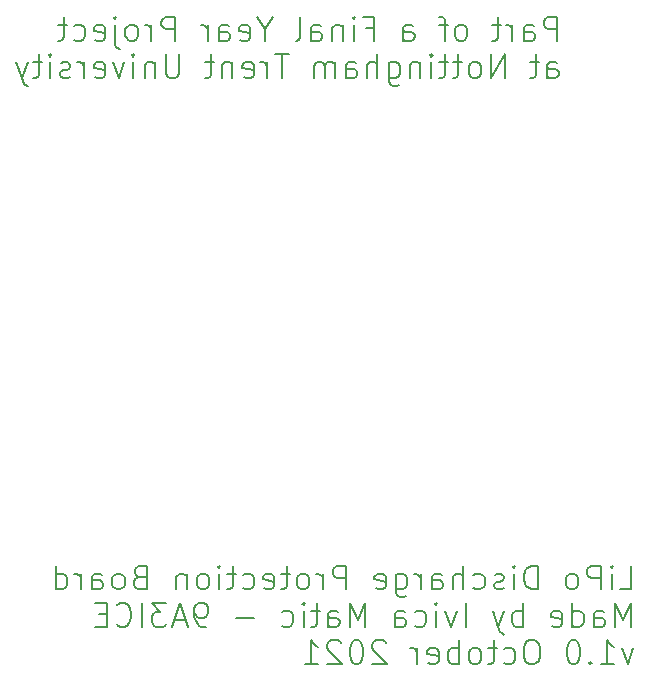
<source format=gbr>
G04 #@! TF.GenerationSoftware,KiCad,Pcbnew,5.1.10-88a1d61d58~90~ubuntu20.04.1*
G04 #@! TF.CreationDate,2021-10-05T00:38:42+01:00*
G04 #@! TF.ProjectId,lipo-discharge-protection-board,6c69706f-2d64-4697-9363-68617267652d,1*
G04 #@! TF.SameCoordinates,Original*
G04 #@! TF.FileFunction,Legend,Bot*
G04 #@! TF.FilePolarity,Positive*
%FSLAX46Y46*%
G04 Gerber Fmt 4.6, Leading zero omitted, Abs format (unit mm)*
G04 Created by KiCad (PCBNEW 5.1.10-88a1d61d58~90~ubuntu20.04.1) date 2021-10-05 00:38:42*
%MOMM*%
%LPD*%
G01*
G04 APERTURE LIST*
%ADD10C,0.152400*%
%ADD11C,3.000000*%
%ADD12R,3.000000X3.000000*%
%ADD13R,3.500000X3.500000*%
%ADD14C,1.500000*%
%ADD15C,6.000000*%
%ADD16O,3.300000X2.700000*%
%ADD17C,1.440000*%
%ADD18C,3.200000*%
%ADD19R,1.000000X1.000000*%
%ADD20O,1.000000X1.000000*%
G04 APERTURE END LIST*
D10*
X84819549Y-45734361D02*
X84819549Y-43734361D01*
X84057644Y-43734361D01*
X83867168Y-43829600D01*
X83771930Y-43924838D01*
X83676692Y-44115314D01*
X83676692Y-44401028D01*
X83771930Y-44591504D01*
X83867168Y-44686742D01*
X84057644Y-44781980D01*
X84819549Y-44781980D01*
X81962406Y-45734361D02*
X81962406Y-44686742D01*
X82057644Y-44496266D01*
X82248120Y-44401028D01*
X82629073Y-44401028D01*
X82819549Y-44496266D01*
X81962406Y-45639123D02*
X82152882Y-45734361D01*
X82629073Y-45734361D01*
X82819549Y-45639123D01*
X82914787Y-45448647D01*
X82914787Y-45258171D01*
X82819549Y-45067695D01*
X82629073Y-44972457D01*
X82152882Y-44972457D01*
X81962406Y-44877219D01*
X81010025Y-45734361D02*
X81010025Y-44401028D01*
X81010025Y-44781980D02*
X80914787Y-44591504D01*
X80819549Y-44496266D01*
X80629073Y-44401028D01*
X80438597Y-44401028D01*
X80057644Y-44401028D02*
X79295740Y-44401028D01*
X79771930Y-43734361D02*
X79771930Y-45448647D01*
X79676692Y-45639123D01*
X79486216Y-45734361D01*
X79295740Y-45734361D01*
X76819549Y-45734361D02*
X77010025Y-45639123D01*
X77105263Y-45543885D01*
X77200501Y-45353409D01*
X77200501Y-44781980D01*
X77105263Y-44591504D01*
X77010025Y-44496266D01*
X76819549Y-44401028D01*
X76533835Y-44401028D01*
X76343359Y-44496266D01*
X76248120Y-44591504D01*
X76152882Y-44781980D01*
X76152882Y-45353409D01*
X76248120Y-45543885D01*
X76343359Y-45639123D01*
X76533835Y-45734361D01*
X76819549Y-45734361D01*
X75581454Y-44401028D02*
X74819549Y-44401028D01*
X75295740Y-45734361D02*
X75295740Y-44020076D01*
X75200501Y-43829600D01*
X75010025Y-43734361D01*
X74819549Y-43734361D01*
X71771930Y-45734361D02*
X71771930Y-44686742D01*
X71867168Y-44496266D01*
X72057644Y-44401028D01*
X72438597Y-44401028D01*
X72629073Y-44496266D01*
X71771930Y-45639123D02*
X71962406Y-45734361D01*
X72438597Y-45734361D01*
X72629073Y-45639123D01*
X72724311Y-45448647D01*
X72724311Y-45258171D01*
X72629073Y-45067695D01*
X72438597Y-44972457D01*
X71962406Y-44972457D01*
X71771930Y-44877219D01*
X68629073Y-44686742D02*
X69295740Y-44686742D01*
X69295740Y-45734361D02*
X69295740Y-43734361D01*
X68343359Y-43734361D01*
X67581454Y-45734361D02*
X67581454Y-44401028D01*
X67581454Y-43734361D02*
X67676692Y-43829600D01*
X67581454Y-43924838D01*
X67486216Y-43829600D01*
X67581454Y-43734361D01*
X67581454Y-43924838D01*
X66629073Y-44401028D02*
X66629073Y-45734361D01*
X66629073Y-44591504D02*
X66533835Y-44496266D01*
X66343359Y-44401028D01*
X66057644Y-44401028D01*
X65867168Y-44496266D01*
X65771930Y-44686742D01*
X65771930Y-45734361D01*
X63962406Y-45734361D02*
X63962406Y-44686742D01*
X64057644Y-44496266D01*
X64248120Y-44401028D01*
X64629073Y-44401028D01*
X64819549Y-44496266D01*
X63962406Y-45639123D02*
X64152882Y-45734361D01*
X64629073Y-45734361D01*
X64819549Y-45639123D01*
X64914787Y-45448647D01*
X64914787Y-45258171D01*
X64819549Y-45067695D01*
X64629073Y-44972457D01*
X64152882Y-44972457D01*
X63962406Y-44877219D01*
X62724311Y-45734361D02*
X62914787Y-45639123D01*
X63010025Y-45448647D01*
X63010025Y-43734361D01*
X60057644Y-44781980D02*
X60057644Y-45734361D01*
X60724311Y-43734361D02*
X60057644Y-44781980D01*
X59390978Y-43734361D01*
X57962406Y-45639123D02*
X58152882Y-45734361D01*
X58533835Y-45734361D01*
X58724311Y-45639123D01*
X58819549Y-45448647D01*
X58819549Y-44686742D01*
X58724311Y-44496266D01*
X58533835Y-44401028D01*
X58152882Y-44401028D01*
X57962406Y-44496266D01*
X57867168Y-44686742D01*
X57867168Y-44877219D01*
X58819549Y-45067695D01*
X56152882Y-45734361D02*
X56152882Y-44686742D01*
X56248120Y-44496266D01*
X56438597Y-44401028D01*
X56819549Y-44401028D01*
X57010025Y-44496266D01*
X56152882Y-45639123D02*
X56343359Y-45734361D01*
X56819549Y-45734361D01*
X57010025Y-45639123D01*
X57105263Y-45448647D01*
X57105263Y-45258171D01*
X57010025Y-45067695D01*
X56819549Y-44972457D01*
X56343359Y-44972457D01*
X56152882Y-44877219D01*
X55200501Y-45734361D02*
X55200501Y-44401028D01*
X55200501Y-44781980D02*
X55105263Y-44591504D01*
X55010025Y-44496266D01*
X54819549Y-44401028D01*
X54629073Y-44401028D01*
X52438597Y-45734361D02*
X52438597Y-43734361D01*
X51676692Y-43734361D01*
X51486216Y-43829600D01*
X51390978Y-43924838D01*
X51295740Y-44115314D01*
X51295740Y-44401028D01*
X51390978Y-44591504D01*
X51486216Y-44686742D01*
X51676692Y-44781980D01*
X52438597Y-44781980D01*
X50438597Y-45734361D02*
X50438597Y-44401028D01*
X50438597Y-44781980D02*
X50343359Y-44591504D01*
X50248120Y-44496266D01*
X50057644Y-44401028D01*
X49867168Y-44401028D01*
X48914787Y-45734361D02*
X49105263Y-45639123D01*
X49200501Y-45543885D01*
X49295740Y-45353409D01*
X49295740Y-44781980D01*
X49200501Y-44591504D01*
X49105263Y-44496266D01*
X48914787Y-44401028D01*
X48629073Y-44401028D01*
X48438597Y-44496266D01*
X48343359Y-44591504D01*
X48248120Y-44781980D01*
X48248120Y-45353409D01*
X48343359Y-45543885D01*
X48438597Y-45639123D01*
X48629073Y-45734361D01*
X48914787Y-45734361D01*
X47390978Y-44401028D02*
X47390978Y-46115314D01*
X47486216Y-46305790D01*
X47676692Y-46401028D01*
X47771930Y-46401028D01*
X47390978Y-43734361D02*
X47486216Y-43829600D01*
X47390978Y-43924838D01*
X47295740Y-43829600D01*
X47390978Y-43734361D01*
X47390978Y-43924838D01*
X45676692Y-45639123D02*
X45867168Y-45734361D01*
X46248120Y-45734361D01*
X46438597Y-45639123D01*
X46533835Y-45448647D01*
X46533835Y-44686742D01*
X46438597Y-44496266D01*
X46248120Y-44401028D01*
X45867168Y-44401028D01*
X45676692Y-44496266D01*
X45581454Y-44686742D01*
X45581454Y-44877219D01*
X46533835Y-45067695D01*
X43867168Y-45639123D02*
X44057644Y-45734361D01*
X44438597Y-45734361D01*
X44629073Y-45639123D01*
X44724311Y-45543885D01*
X44819549Y-45353409D01*
X44819549Y-44781980D01*
X44724311Y-44591504D01*
X44629073Y-44496266D01*
X44438597Y-44401028D01*
X44057644Y-44401028D01*
X43867168Y-44496266D01*
X43295740Y-44401028D02*
X42533835Y-44401028D01*
X43010025Y-43734361D02*
X43010025Y-45448647D01*
X42914787Y-45639123D01*
X42724311Y-45734361D01*
X42533835Y-45734361D01*
X83962406Y-48886761D02*
X83962406Y-47839142D01*
X84057644Y-47648666D01*
X84248120Y-47553428D01*
X84629073Y-47553428D01*
X84819549Y-47648666D01*
X83962406Y-48791523D02*
X84152882Y-48886761D01*
X84629073Y-48886761D01*
X84819549Y-48791523D01*
X84914787Y-48601047D01*
X84914787Y-48410571D01*
X84819549Y-48220095D01*
X84629073Y-48124857D01*
X84152882Y-48124857D01*
X83962406Y-48029619D01*
X83295740Y-47553428D02*
X82533835Y-47553428D01*
X83010025Y-46886761D02*
X83010025Y-48601047D01*
X82914787Y-48791523D01*
X82724311Y-48886761D01*
X82533835Y-48886761D01*
X80343359Y-48886761D02*
X80343359Y-46886761D01*
X79200501Y-48886761D01*
X79200501Y-46886761D01*
X77962406Y-48886761D02*
X78152882Y-48791523D01*
X78248120Y-48696285D01*
X78343359Y-48505809D01*
X78343359Y-47934380D01*
X78248120Y-47743904D01*
X78152882Y-47648666D01*
X77962406Y-47553428D01*
X77676692Y-47553428D01*
X77486216Y-47648666D01*
X77390978Y-47743904D01*
X77295740Y-47934380D01*
X77295740Y-48505809D01*
X77390978Y-48696285D01*
X77486216Y-48791523D01*
X77676692Y-48886761D01*
X77962406Y-48886761D01*
X76724311Y-47553428D02*
X75962406Y-47553428D01*
X76438597Y-46886761D02*
X76438597Y-48601047D01*
X76343359Y-48791523D01*
X76152882Y-48886761D01*
X75962406Y-48886761D01*
X75581454Y-47553428D02*
X74819549Y-47553428D01*
X75295740Y-46886761D02*
X75295740Y-48601047D01*
X75200501Y-48791523D01*
X75010025Y-48886761D01*
X74819549Y-48886761D01*
X74152882Y-48886761D02*
X74152882Y-47553428D01*
X74152882Y-46886761D02*
X74248120Y-46982000D01*
X74152882Y-47077238D01*
X74057644Y-46982000D01*
X74152882Y-46886761D01*
X74152882Y-47077238D01*
X73200501Y-47553428D02*
X73200501Y-48886761D01*
X73200501Y-47743904D02*
X73105263Y-47648666D01*
X72914787Y-47553428D01*
X72629073Y-47553428D01*
X72438597Y-47648666D01*
X72343359Y-47839142D01*
X72343359Y-48886761D01*
X70533835Y-47553428D02*
X70533835Y-49172476D01*
X70629073Y-49362952D01*
X70724311Y-49458190D01*
X70914787Y-49553428D01*
X71200501Y-49553428D01*
X71390978Y-49458190D01*
X70533835Y-48791523D02*
X70724311Y-48886761D01*
X71105263Y-48886761D01*
X71295740Y-48791523D01*
X71390978Y-48696285D01*
X71486216Y-48505809D01*
X71486216Y-47934380D01*
X71390978Y-47743904D01*
X71295740Y-47648666D01*
X71105263Y-47553428D01*
X70724311Y-47553428D01*
X70533835Y-47648666D01*
X69581454Y-48886761D02*
X69581454Y-46886761D01*
X68724311Y-48886761D02*
X68724311Y-47839142D01*
X68819549Y-47648666D01*
X69010025Y-47553428D01*
X69295740Y-47553428D01*
X69486216Y-47648666D01*
X69581454Y-47743904D01*
X66914787Y-48886761D02*
X66914787Y-47839142D01*
X67010025Y-47648666D01*
X67200501Y-47553428D01*
X67581454Y-47553428D01*
X67771930Y-47648666D01*
X66914787Y-48791523D02*
X67105263Y-48886761D01*
X67581454Y-48886761D01*
X67771930Y-48791523D01*
X67867168Y-48601047D01*
X67867168Y-48410571D01*
X67771930Y-48220095D01*
X67581454Y-48124857D01*
X67105263Y-48124857D01*
X66914787Y-48029619D01*
X65962406Y-48886761D02*
X65962406Y-47553428D01*
X65962406Y-47743904D02*
X65867168Y-47648666D01*
X65676692Y-47553428D01*
X65390978Y-47553428D01*
X65200501Y-47648666D01*
X65105263Y-47839142D01*
X65105263Y-48886761D01*
X65105263Y-47839142D02*
X65010025Y-47648666D01*
X64819549Y-47553428D01*
X64533835Y-47553428D01*
X64343359Y-47648666D01*
X64248120Y-47839142D01*
X64248120Y-48886761D01*
X62057644Y-46886761D02*
X60914787Y-46886761D01*
X61486216Y-48886761D02*
X61486216Y-46886761D01*
X60248120Y-48886761D02*
X60248120Y-47553428D01*
X60248120Y-47934380D02*
X60152882Y-47743904D01*
X60057644Y-47648666D01*
X59867168Y-47553428D01*
X59676692Y-47553428D01*
X58248120Y-48791523D02*
X58438597Y-48886761D01*
X58819549Y-48886761D01*
X59010025Y-48791523D01*
X59105263Y-48601047D01*
X59105263Y-47839142D01*
X59010025Y-47648666D01*
X58819549Y-47553428D01*
X58438597Y-47553428D01*
X58248120Y-47648666D01*
X58152882Y-47839142D01*
X58152882Y-48029619D01*
X59105263Y-48220095D01*
X57295740Y-47553428D02*
X57295740Y-48886761D01*
X57295740Y-47743904D02*
X57200501Y-47648666D01*
X57010025Y-47553428D01*
X56724311Y-47553428D01*
X56533835Y-47648666D01*
X56438597Y-47839142D01*
X56438597Y-48886761D01*
X55771930Y-47553428D02*
X55010025Y-47553428D01*
X55486216Y-46886761D02*
X55486216Y-48601047D01*
X55390978Y-48791523D01*
X55200501Y-48886761D01*
X55010025Y-48886761D01*
X52819549Y-46886761D02*
X52819549Y-48505809D01*
X52724311Y-48696285D01*
X52629073Y-48791523D01*
X52438597Y-48886761D01*
X52057644Y-48886761D01*
X51867168Y-48791523D01*
X51771930Y-48696285D01*
X51676692Y-48505809D01*
X51676692Y-46886761D01*
X50724311Y-47553428D02*
X50724311Y-48886761D01*
X50724311Y-47743904D02*
X50629073Y-47648666D01*
X50438597Y-47553428D01*
X50152882Y-47553428D01*
X49962406Y-47648666D01*
X49867168Y-47839142D01*
X49867168Y-48886761D01*
X48914787Y-48886761D02*
X48914787Y-47553428D01*
X48914787Y-46886761D02*
X49010025Y-46982000D01*
X48914787Y-47077238D01*
X48819549Y-46982000D01*
X48914787Y-46886761D01*
X48914787Y-47077238D01*
X48152882Y-47553428D02*
X47676692Y-48886761D01*
X47200501Y-47553428D01*
X45676692Y-48791523D02*
X45867168Y-48886761D01*
X46248120Y-48886761D01*
X46438597Y-48791523D01*
X46533835Y-48601047D01*
X46533835Y-47839142D01*
X46438597Y-47648666D01*
X46248120Y-47553428D01*
X45867168Y-47553428D01*
X45676692Y-47648666D01*
X45581454Y-47839142D01*
X45581454Y-48029619D01*
X46533835Y-48220095D01*
X44724311Y-48886761D02*
X44724311Y-47553428D01*
X44724311Y-47934380D02*
X44629073Y-47743904D01*
X44533835Y-47648666D01*
X44343359Y-47553428D01*
X44152882Y-47553428D01*
X43581454Y-48791523D02*
X43390978Y-48886761D01*
X43010025Y-48886761D01*
X42819549Y-48791523D01*
X42724311Y-48601047D01*
X42724311Y-48505809D01*
X42819549Y-48315333D01*
X43010025Y-48220095D01*
X43295740Y-48220095D01*
X43486216Y-48124857D01*
X43581454Y-47934380D01*
X43581454Y-47839142D01*
X43486216Y-47648666D01*
X43295740Y-47553428D01*
X43010025Y-47553428D01*
X42819549Y-47648666D01*
X41867168Y-48886761D02*
X41867168Y-47553428D01*
X41867168Y-46886761D02*
X41962406Y-46982000D01*
X41867168Y-47077238D01*
X41771930Y-46982000D01*
X41867168Y-46886761D01*
X41867168Y-47077238D01*
X41200501Y-47553428D02*
X40438597Y-47553428D01*
X40914787Y-46886761D02*
X40914787Y-48601047D01*
X40819549Y-48791523D01*
X40629073Y-48886761D01*
X40438597Y-48886761D01*
X39962406Y-47553428D02*
X39486216Y-48886761D01*
X39010025Y-47553428D02*
X39486216Y-48886761D01*
X39676692Y-49362952D01*
X39771930Y-49458190D01*
X39962406Y-49553428D01*
X90090168Y-92189561D02*
X91042549Y-92189561D01*
X91042549Y-90189561D01*
X89423501Y-92189561D02*
X89423501Y-90856228D01*
X89423501Y-90189561D02*
X89518740Y-90284800D01*
X89423501Y-90380038D01*
X89328263Y-90284800D01*
X89423501Y-90189561D01*
X89423501Y-90380038D01*
X88471120Y-92189561D02*
X88471120Y-90189561D01*
X87709216Y-90189561D01*
X87518740Y-90284800D01*
X87423501Y-90380038D01*
X87328263Y-90570514D01*
X87328263Y-90856228D01*
X87423501Y-91046704D01*
X87518740Y-91141942D01*
X87709216Y-91237180D01*
X88471120Y-91237180D01*
X86185406Y-92189561D02*
X86375882Y-92094323D01*
X86471120Y-91999085D01*
X86566359Y-91808609D01*
X86566359Y-91237180D01*
X86471120Y-91046704D01*
X86375882Y-90951466D01*
X86185406Y-90856228D01*
X85899692Y-90856228D01*
X85709216Y-90951466D01*
X85613978Y-91046704D01*
X85518740Y-91237180D01*
X85518740Y-91808609D01*
X85613978Y-91999085D01*
X85709216Y-92094323D01*
X85899692Y-92189561D01*
X86185406Y-92189561D01*
X83137787Y-92189561D02*
X83137787Y-90189561D01*
X82661597Y-90189561D01*
X82375882Y-90284800D01*
X82185406Y-90475276D01*
X82090168Y-90665752D01*
X81994930Y-91046704D01*
X81994930Y-91332419D01*
X82090168Y-91713371D01*
X82185406Y-91903847D01*
X82375882Y-92094323D01*
X82661597Y-92189561D01*
X83137787Y-92189561D01*
X81137787Y-92189561D02*
X81137787Y-90856228D01*
X81137787Y-90189561D02*
X81233025Y-90284800D01*
X81137787Y-90380038D01*
X81042549Y-90284800D01*
X81137787Y-90189561D01*
X81137787Y-90380038D01*
X80280644Y-92094323D02*
X80090168Y-92189561D01*
X79709216Y-92189561D01*
X79518740Y-92094323D01*
X79423501Y-91903847D01*
X79423501Y-91808609D01*
X79518740Y-91618133D01*
X79709216Y-91522895D01*
X79994930Y-91522895D01*
X80185406Y-91427657D01*
X80280644Y-91237180D01*
X80280644Y-91141942D01*
X80185406Y-90951466D01*
X79994930Y-90856228D01*
X79709216Y-90856228D01*
X79518740Y-90951466D01*
X77709216Y-92094323D02*
X77899692Y-92189561D01*
X78280644Y-92189561D01*
X78471120Y-92094323D01*
X78566359Y-91999085D01*
X78661597Y-91808609D01*
X78661597Y-91237180D01*
X78566359Y-91046704D01*
X78471120Y-90951466D01*
X78280644Y-90856228D01*
X77899692Y-90856228D01*
X77709216Y-90951466D01*
X76852073Y-92189561D02*
X76852073Y-90189561D01*
X75994930Y-92189561D02*
X75994930Y-91141942D01*
X76090168Y-90951466D01*
X76280644Y-90856228D01*
X76566359Y-90856228D01*
X76756835Y-90951466D01*
X76852073Y-91046704D01*
X74185406Y-92189561D02*
X74185406Y-91141942D01*
X74280644Y-90951466D01*
X74471120Y-90856228D01*
X74852073Y-90856228D01*
X75042549Y-90951466D01*
X74185406Y-92094323D02*
X74375882Y-92189561D01*
X74852073Y-92189561D01*
X75042549Y-92094323D01*
X75137787Y-91903847D01*
X75137787Y-91713371D01*
X75042549Y-91522895D01*
X74852073Y-91427657D01*
X74375882Y-91427657D01*
X74185406Y-91332419D01*
X73233025Y-92189561D02*
X73233025Y-90856228D01*
X73233025Y-91237180D02*
X73137787Y-91046704D01*
X73042549Y-90951466D01*
X72852073Y-90856228D01*
X72661597Y-90856228D01*
X71137787Y-90856228D02*
X71137787Y-92475276D01*
X71233025Y-92665752D01*
X71328263Y-92760990D01*
X71518740Y-92856228D01*
X71804454Y-92856228D01*
X71994930Y-92760990D01*
X71137787Y-92094323D02*
X71328263Y-92189561D01*
X71709216Y-92189561D01*
X71899692Y-92094323D01*
X71994930Y-91999085D01*
X72090168Y-91808609D01*
X72090168Y-91237180D01*
X71994930Y-91046704D01*
X71899692Y-90951466D01*
X71709216Y-90856228D01*
X71328263Y-90856228D01*
X71137787Y-90951466D01*
X69423501Y-92094323D02*
X69613978Y-92189561D01*
X69994930Y-92189561D01*
X70185406Y-92094323D01*
X70280644Y-91903847D01*
X70280644Y-91141942D01*
X70185406Y-90951466D01*
X69994930Y-90856228D01*
X69613978Y-90856228D01*
X69423501Y-90951466D01*
X69328263Y-91141942D01*
X69328263Y-91332419D01*
X70280644Y-91522895D01*
X66947311Y-92189561D02*
X66947311Y-90189561D01*
X66185406Y-90189561D01*
X65994930Y-90284800D01*
X65899692Y-90380038D01*
X65804454Y-90570514D01*
X65804454Y-90856228D01*
X65899692Y-91046704D01*
X65994930Y-91141942D01*
X66185406Y-91237180D01*
X66947311Y-91237180D01*
X64947311Y-92189561D02*
X64947311Y-90856228D01*
X64947311Y-91237180D02*
X64852073Y-91046704D01*
X64756835Y-90951466D01*
X64566359Y-90856228D01*
X64375882Y-90856228D01*
X63423501Y-92189561D02*
X63613978Y-92094323D01*
X63709216Y-91999085D01*
X63804454Y-91808609D01*
X63804454Y-91237180D01*
X63709216Y-91046704D01*
X63613978Y-90951466D01*
X63423501Y-90856228D01*
X63137787Y-90856228D01*
X62947311Y-90951466D01*
X62852073Y-91046704D01*
X62756835Y-91237180D01*
X62756835Y-91808609D01*
X62852073Y-91999085D01*
X62947311Y-92094323D01*
X63137787Y-92189561D01*
X63423501Y-92189561D01*
X62185406Y-90856228D02*
X61423501Y-90856228D01*
X61899692Y-90189561D02*
X61899692Y-91903847D01*
X61804454Y-92094323D01*
X61613978Y-92189561D01*
X61423501Y-92189561D01*
X59994930Y-92094323D02*
X60185406Y-92189561D01*
X60566359Y-92189561D01*
X60756835Y-92094323D01*
X60852073Y-91903847D01*
X60852073Y-91141942D01*
X60756835Y-90951466D01*
X60566359Y-90856228D01*
X60185406Y-90856228D01*
X59994930Y-90951466D01*
X59899692Y-91141942D01*
X59899692Y-91332419D01*
X60852073Y-91522895D01*
X58185406Y-92094323D02*
X58375882Y-92189561D01*
X58756835Y-92189561D01*
X58947311Y-92094323D01*
X59042549Y-91999085D01*
X59137787Y-91808609D01*
X59137787Y-91237180D01*
X59042549Y-91046704D01*
X58947311Y-90951466D01*
X58756835Y-90856228D01*
X58375882Y-90856228D01*
X58185406Y-90951466D01*
X57613978Y-90856228D02*
X56852073Y-90856228D01*
X57328263Y-90189561D02*
X57328263Y-91903847D01*
X57233025Y-92094323D01*
X57042549Y-92189561D01*
X56852073Y-92189561D01*
X56185406Y-92189561D02*
X56185406Y-90856228D01*
X56185406Y-90189561D02*
X56280644Y-90284800D01*
X56185406Y-90380038D01*
X56090168Y-90284800D01*
X56185406Y-90189561D01*
X56185406Y-90380038D01*
X54947311Y-92189561D02*
X55137787Y-92094323D01*
X55233025Y-91999085D01*
X55328263Y-91808609D01*
X55328263Y-91237180D01*
X55233025Y-91046704D01*
X55137787Y-90951466D01*
X54947311Y-90856228D01*
X54661597Y-90856228D01*
X54471120Y-90951466D01*
X54375882Y-91046704D01*
X54280644Y-91237180D01*
X54280644Y-91808609D01*
X54375882Y-91999085D01*
X54471120Y-92094323D01*
X54661597Y-92189561D01*
X54947311Y-92189561D01*
X53423501Y-90856228D02*
X53423501Y-92189561D01*
X53423501Y-91046704D02*
X53328263Y-90951466D01*
X53137787Y-90856228D01*
X52852073Y-90856228D01*
X52661597Y-90951466D01*
X52566359Y-91141942D01*
X52566359Y-92189561D01*
X49423501Y-91141942D02*
X49137787Y-91237180D01*
X49042549Y-91332419D01*
X48947311Y-91522895D01*
X48947311Y-91808609D01*
X49042549Y-91999085D01*
X49137787Y-92094323D01*
X49328263Y-92189561D01*
X50090168Y-92189561D01*
X50090168Y-90189561D01*
X49423501Y-90189561D01*
X49233025Y-90284800D01*
X49137787Y-90380038D01*
X49042549Y-90570514D01*
X49042549Y-90760990D01*
X49137787Y-90951466D01*
X49233025Y-91046704D01*
X49423501Y-91141942D01*
X50090168Y-91141942D01*
X47804454Y-92189561D02*
X47994930Y-92094323D01*
X48090168Y-91999085D01*
X48185406Y-91808609D01*
X48185406Y-91237180D01*
X48090168Y-91046704D01*
X47994930Y-90951466D01*
X47804454Y-90856228D01*
X47518740Y-90856228D01*
X47328263Y-90951466D01*
X47233025Y-91046704D01*
X47137787Y-91237180D01*
X47137787Y-91808609D01*
X47233025Y-91999085D01*
X47328263Y-92094323D01*
X47518740Y-92189561D01*
X47804454Y-92189561D01*
X45423501Y-92189561D02*
X45423501Y-91141942D01*
X45518740Y-90951466D01*
X45709216Y-90856228D01*
X46090168Y-90856228D01*
X46280644Y-90951466D01*
X45423501Y-92094323D02*
X45613978Y-92189561D01*
X46090168Y-92189561D01*
X46280644Y-92094323D01*
X46375882Y-91903847D01*
X46375882Y-91713371D01*
X46280644Y-91522895D01*
X46090168Y-91427657D01*
X45613978Y-91427657D01*
X45423501Y-91332419D01*
X44471120Y-92189561D02*
X44471120Y-90856228D01*
X44471120Y-91237180D02*
X44375882Y-91046704D01*
X44280644Y-90951466D01*
X44090168Y-90856228D01*
X43899692Y-90856228D01*
X42375882Y-92189561D02*
X42375882Y-90189561D01*
X42375882Y-92094323D02*
X42566359Y-92189561D01*
X42947311Y-92189561D01*
X43137787Y-92094323D01*
X43233025Y-91999085D01*
X43328263Y-91808609D01*
X43328263Y-91237180D01*
X43233025Y-91046704D01*
X43137787Y-90951466D01*
X42947311Y-90856228D01*
X42566359Y-90856228D01*
X42375882Y-90951466D01*
X91042549Y-95341961D02*
X91042549Y-93341961D01*
X90375882Y-94770533D01*
X89709216Y-93341961D01*
X89709216Y-95341961D01*
X87899692Y-95341961D02*
X87899692Y-94294342D01*
X87994930Y-94103866D01*
X88185406Y-94008628D01*
X88566359Y-94008628D01*
X88756835Y-94103866D01*
X87899692Y-95246723D02*
X88090168Y-95341961D01*
X88566359Y-95341961D01*
X88756835Y-95246723D01*
X88852073Y-95056247D01*
X88852073Y-94865771D01*
X88756835Y-94675295D01*
X88566359Y-94580057D01*
X88090168Y-94580057D01*
X87899692Y-94484819D01*
X86090168Y-95341961D02*
X86090168Y-93341961D01*
X86090168Y-95246723D02*
X86280644Y-95341961D01*
X86661597Y-95341961D01*
X86852073Y-95246723D01*
X86947311Y-95151485D01*
X87042549Y-94961009D01*
X87042549Y-94389580D01*
X86947311Y-94199104D01*
X86852073Y-94103866D01*
X86661597Y-94008628D01*
X86280644Y-94008628D01*
X86090168Y-94103866D01*
X84375882Y-95246723D02*
X84566359Y-95341961D01*
X84947311Y-95341961D01*
X85137787Y-95246723D01*
X85233025Y-95056247D01*
X85233025Y-94294342D01*
X85137787Y-94103866D01*
X84947311Y-94008628D01*
X84566359Y-94008628D01*
X84375882Y-94103866D01*
X84280644Y-94294342D01*
X84280644Y-94484819D01*
X85233025Y-94675295D01*
X81899692Y-95341961D02*
X81899692Y-93341961D01*
X81899692Y-94103866D02*
X81709216Y-94008628D01*
X81328263Y-94008628D01*
X81137787Y-94103866D01*
X81042549Y-94199104D01*
X80947311Y-94389580D01*
X80947311Y-94961009D01*
X81042549Y-95151485D01*
X81137787Y-95246723D01*
X81328263Y-95341961D01*
X81709216Y-95341961D01*
X81899692Y-95246723D01*
X80280644Y-94008628D02*
X79804454Y-95341961D01*
X79328263Y-94008628D02*
X79804454Y-95341961D01*
X79994930Y-95818152D01*
X80090168Y-95913390D01*
X80280644Y-96008628D01*
X77042549Y-95341961D02*
X77042549Y-93341961D01*
X76280644Y-94008628D02*
X75804454Y-95341961D01*
X75328263Y-94008628D01*
X74566359Y-95341961D02*
X74566359Y-94008628D01*
X74566359Y-93341961D02*
X74661597Y-93437200D01*
X74566359Y-93532438D01*
X74471120Y-93437200D01*
X74566359Y-93341961D01*
X74566359Y-93532438D01*
X72756835Y-95246723D02*
X72947311Y-95341961D01*
X73328263Y-95341961D01*
X73518740Y-95246723D01*
X73613978Y-95151485D01*
X73709216Y-94961009D01*
X73709216Y-94389580D01*
X73613978Y-94199104D01*
X73518740Y-94103866D01*
X73328263Y-94008628D01*
X72947311Y-94008628D01*
X72756835Y-94103866D01*
X71042549Y-95341961D02*
X71042549Y-94294342D01*
X71137787Y-94103866D01*
X71328263Y-94008628D01*
X71709216Y-94008628D01*
X71899692Y-94103866D01*
X71042549Y-95246723D02*
X71233025Y-95341961D01*
X71709216Y-95341961D01*
X71899692Y-95246723D01*
X71994930Y-95056247D01*
X71994930Y-94865771D01*
X71899692Y-94675295D01*
X71709216Y-94580057D01*
X71233025Y-94580057D01*
X71042549Y-94484819D01*
X68566359Y-95341961D02*
X68566359Y-93341961D01*
X67899692Y-94770533D01*
X67233025Y-93341961D01*
X67233025Y-95341961D01*
X65423501Y-95341961D02*
X65423501Y-94294342D01*
X65518740Y-94103866D01*
X65709216Y-94008628D01*
X66090168Y-94008628D01*
X66280644Y-94103866D01*
X65423501Y-95246723D02*
X65613978Y-95341961D01*
X66090168Y-95341961D01*
X66280644Y-95246723D01*
X66375882Y-95056247D01*
X66375882Y-94865771D01*
X66280644Y-94675295D01*
X66090168Y-94580057D01*
X65613978Y-94580057D01*
X65423501Y-94484819D01*
X64756835Y-94008628D02*
X63994930Y-94008628D01*
X64471120Y-93341961D02*
X64471120Y-95056247D01*
X64375882Y-95246723D01*
X64185406Y-95341961D01*
X63994930Y-95341961D01*
X63328263Y-95341961D02*
X63328263Y-94008628D01*
X63328263Y-93341961D02*
X63423501Y-93437200D01*
X63328263Y-93532438D01*
X63233025Y-93437200D01*
X63328263Y-93341961D01*
X63328263Y-93532438D01*
X61518740Y-95246723D02*
X61709216Y-95341961D01*
X62090168Y-95341961D01*
X62280644Y-95246723D01*
X62375882Y-95151485D01*
X62471120Y-94961009D01*
X62471120Y-94389580D01*
X62375882Y-94199104D01*
X62280644Y-94103866D01*
X62090168Y-94008628D01*
X61709216Y-94008628D01*
X61518740Y-94103866D01*
X59137787Y-94580057D02*
X57613978Y-94580057D01*
X55042549Y-95341961D02*
X54661597Y-95341961D01*
X54471120Y-95246723D01*
X54375882Y-95151485D01*
X54185406Y-94865771D01*
X54090168Y-94484819D01*
X54090168Y-93722914D01*
X54185406Y-93532438D01*
X54280644Y-93437200D01*
X54471120Y-93341961D01*
X54852073Y-93341961D01*
X55042549Y-93437200D01*
X55137787Y-93532438D01*
X55233025Y-93722914D01*
X55233025Y-94199104D01*
X55137787Y-94389580D01*
X55042549Y-94484819D01*
X54852073Y-94580057D01*
X54471120Y-94580057D01*
X54280644Y-94484819D01*
X54185406Y-94389580D01*
X54090168Y-94199104D01*
X53328263Y-94770533D02*
X52375882Y-94770533D01*
X53518740Y-95341961D02*
X52852073Y-93341961D01*
X52185406Y-95341961D01*
X51709216Y-93341961D02*
X50471120Y-93341961D01*
X51137787Y-94103866D01*
X50852073Y-94103866D01*
X50661597Y-94199104D01*
X50566359Y-94294342D01*
X50471120Y-94484819D01*
X50471120Y-94961009D01*
X50566359Y-95151485D01*
X50661597Y-95246723D01*
X50852073Y-95341961D01*
X51423501Y-95341961D01*
X51613978Y-95246723D01*
X51709216Y-95151485D01*
X49613978Y-95341961D02*
X49613978Y-93341961D01*
X47518740Y-95151485D02*
X47613978Y-95246723D01*
X47899692Y-95341961D01*
X48090168Y-95341961D01*
X48375882Y-95246723D01*
X48566359Y-95056247D01*
X48661597Y-94865771D01*
X48756835Y-94484819D01*
X48756835Y-94199104D01*
X48661597Y-93818152D01*
X48566359Y-93627676D01*
X48375882Y-93437200D01*
X48090168Y-93341961D01*
X47899692Y-93341961D01*
X47613978Y-93437200D01*
X47518740Y-93532438D01*
X46661597Y-94294342D02*
X45994930Y-94294342D01*
X45709216Y-95341961D02*
X46661597Y-95341961D01*
X46661597Y-93341961D01*
X45709216Y-93341961D01*
X91233025Y-97161028D02*
X90756835Y-98494361D01*
X90280644Y-97161028D01*
X88471120Y-98494361D02*
X89613978Y-98494361D01*
X89042549Y-98494361D02*
X89042549Y-96494361D01*
X89233025Y-96780076D01*
X89423501Y-96970552D01*
X89613978Y-97065790D01*
X87613978Y-98303885D02*
X87518740Y-98399123D01*
X87613978Y-98494361D01*
X87709216Y-98399123D01*
X87613978Y-98303885D01*
X87613978Y-98494361D01*
X86280644Y-96494361D02*
X86090168Y-96494361D01*
X85899692Y-96589600D01*
X85804454Y-96684838D01*
X85709216Y-96875314D01*
X85613978Y-97256266D01*
X85613978Y-97732457D01*
X85709216Y-98113409D01*
X85804454Y-98303885D01*
X85899692Y-98399123D01*
X86090168Y-98494361D01*
X86280644Y-98494361D01*
X86471120Y-98399123D01*
X86566359Y-98303885D01*
X86661597Y-98113409D01*
X86756835Y-97732457D01*
X86756835Y-97256266D01*
X86661597Y-96875314D01*
X86566359Y-96684838D01*
X86471120Y-96589600D01*
X86280644Y-96494361D01*
X82852073Y-96494361D02*
X82471120Y-96494361D01*
X82280644Y-96589600D01*
X82090168Y-96780076D01*
X81994930Y-97161028D01*
X81994930Y-97827695D01*
X82090168Y-98208647D01*
X82280644Y-98399123D01*
X82471120Y-98494361D01*
X82852073Y-98494361D01*
X83042549Y-98399123D01*
X83233025Y-98208647D01*
X83328263Y-97827695D01*
X83328263Y-97161028D01*
X83233025Y-96780076D01*
X83042549Y-96589600D01*
X82852073Y-96494361D01*
X80280644Y-98399123D02*
X80471120Y-98494361D01*
X80852073Y-98494361D01*
X81042549Y-98399123D01*
X81137787Y-98303885D01*
X81233025Y-98113409D01*
X81233025Y-97541980D01*
X81137787Y-97351504D01*
X81042549Y-97256266D01*
X80852073Y-97161028D01*
X80471120Y-97161028D01*
X80280644Y-97256266D01*
X79709216Y-97161028D02*
X78947311Y-97161028D01*
X79423501Y-96494361D02*
X79423501Y-98208647D01*
X79328263Y-98399123D01*
X79137787Y-98494361D01*
X78947311Y-98494361D01*
X77994930Y-98494361D02*
X78185406Y-98399123D01*
X78280644Y-98303885D01*
X78375882Y-98113409D01*
X78375882Y-97541980D01*
X78280644Y-97351504D01*
X78185406Y-97256266D01*
X77994930Y-97161028D01*
X77709216Y-97161028D01*
X77518740Y-97256266D01*
X77423501Y-97351504D01*
X77328263Y-97541980D01*
X77328263Y-98113409D01*
X77423501Y-98303885D01*
X77518740Y-98399123D01*
X77709216Y-98494361D01*
X77994930Y-98494361D01*
X76471120Y-98494361D02*
X76471120Y-96494361D01*
X76471120Y-97256266D02*
X76280644Y-97161028D01*
X75899692Y-97161028D01*
X75709216Y-97256266D01*
X75613978Y-97351504D01*
X75518740Y-97541980D01*
X75518740Y-98113409D01*
X75613978Y-98303885D01*
X75709216Y-98399123D01*
X75899692Y-98494361D01*
X76280644Y-98494361D01*
X76471120Y-98399123D01*
X73899692Y-98399123D02*
X74090168Y-98494361D01*
X74471120Y-98494361D01*
X74661597Y-98399123D01*
X74756835Y-98208647D01*
X74756835Y-97446742D01*
X74661597Y-97256266D01*
X74471120Y-97161028D01*
X74090168Y-97161028D01*
X73899692Y-97256266D01*
X73804454Y-97446742D01*
X73804454Y-97637219D01*
X74756835Y-97827695D01*
X72947311Y-98494361D02*
X72947311Y-97161028D01*
X72947311Y-97541980D02*
X72852073Y-97351504D01*
X72756835Y-97256266D01*
X72566359Y-97161028D01*
X72375882Y-97161028D01*
X70280644Y-96684838D02*
X70185406Y-96589600D01*
X69994930Y-96494361D01*
X69518740Y-96494361D01*
X69328263Y-96589600D01*
X69233025Y-96684838D01*
X69137787Y-96875314D01*
X69137787Y-97065790D01*
X69233025Y-97351504D01*
X70375882Y-98494361D01*
X69137787Y-98494361D01*
X67899692Y-96494361D02*
X67709216Y-96494361D01*
X67518740Y-96589600D01*
X67423501Y-96684838D01*
X67328263Y-96875314D01*
X67233025Y-97256266D01*
X67233025Y-97732457D01*
X67328263Y-98113409D01*
X67423501Y-98303885D01*
X67518740Y-98399123D01*
X67709216Y-98494361D01*
X67899692Y-98494361D01*
X68090168Y-98399123D01*
X68185406Y-98303885D01*
X68280644Y-98113409D01*
X68375882Y-97732457D01*
X68375882Y-97256266D01*
X68280644Y-96875314D01*
X68185406Y-96684838D01*
X68090168Y-96589600D01*
X67899692Y-96494361D01*
X66471120Y-96684838D02*
X66375882Y-96589600D01*
X66185406Y-96494361D01*
X65709216Y-96494361D01*
X65518740Y-96589600D01*
X65423501Y-96684838D01*
X65328263Y-96875314D01*
X65328263Y-97065790D01*
X65423501Y-97351504D01*
X66566359Y-98494361D01*
X65328263Y-98494361D01*
X63423501Y-98494361D02*
X64566359Y-98494361D01*
X63994930Y-98494361D02*
X63994930Y-96494361D01*
X64185406Y-96780076D01*
X64375882Y-96970552D01*
X64566359Y-97065790D01*
%LPC*%
D11*
X4000000Y-51080000D03*
X4000000Y-56160000D03*
D12*
X4000000Y-46000000D03*
D11*
X4000000Y-61240000D03*
D13*
X14000000Y-74500000D03*
G36*
G01*
X6500000Y-75500000D02*
X6500000Y-73500000D01*
G75*
G02*
X7250000Y-72750000I750000J0D01*
G01*
X8750000Y-72750000D01*
G75*
G02*
X9500000Y-73500000I0J-750000D01*
G01*
X9500000Y-75500000D01*
G75*
G02*
X8750000Y-76250000I-750000J0D01*
G01*
X7250000Y-76250000D01*
G75*
G02*
X6500000Y-75500000I0J750000D01*
G01*
G37*
G36*
G01*
X9250000Y-80075000D02*
X9250000Y-78325000D01*
G75*
G02*
X10125000Y-77450000I875000J0D01*
G01*
X11875000Y-77450000D01*
G75*
G02*
X12750000Y-78325000I0J-875000D01*
G01*
X12750000Y-80075000D01*
G75*
G02*
X11875000Y-80950000I-875000J0D01*
G01*
X10125000Y-80950000D01*
G75*
G02*
X9250000Y-80075000I0J875000D01*
G01*
G37*
D14*
X75200000Y-64000000D03*
X77800000Y-64000000D03*
X80300000Y-64000000D03*
D15*
X21750000Y-85550000D03*
G36*
G01*
X23250000Y-95750000D02*
X20250000Y-95750000D01*
G75*
G02*
X18750000Y-94250000I0J1500000D01*
G01*
X18750000Y-91250000D01*
G75*
G02*
X20250000Y-89750000I1500000J0D01*
G01*
X23250000Y-89750000D01*
G75*
G02*
X24750000Y-91250000I0J-1500000D01*
G01*
X24750000Y-94250000D01*
G75*
G02*
X23250000Y-95750000I-1500000J0D01*
G01*
G37*
D12*
X4000000Y-89750000D03*
D11*
X4000000Y-94830000D03*
G36*
G01*
X26399999Y-62350000D02*
X23600001Y-62350000D01*
G75*
G02*
X23350000Y-62099999I0J250001D01*
G01*
X23350000Y-59900001D01*
G75*
G02*
X23600001Y-59650000I250001J0D01*
G01*
X26399999Y-59650000D01*
G75*
G02*
X26650000Y-59900001I0J-250001D01*
G01*
X26650000Y-62099999D01*
G75*
G02*
X26399999Y-62350000I-250001J0D01*
G01*
G37*
D16*
X25000000Y-56800000D03*
X30500000Y-61000000D03*
X30500000Y-56800000D03*
D17*
X51000000Y-80250000D03*
X51000000Y-82790000D03*
X51000000Y-85330000D03*
D18*
X96000000Y-44000000D03*
X96000000Y-96000000D03*
X13000000Y-44000000D03*
X13000000Y-96000000D03*
D17*
X56750000Y-85750000D03*
X59290000Y-85750000D03*
X61830000Y-85750000D03*
D19*
X97750000Y-88750000D03*
D20*
X97750000Y-90020000D03*
M02*

</source>
